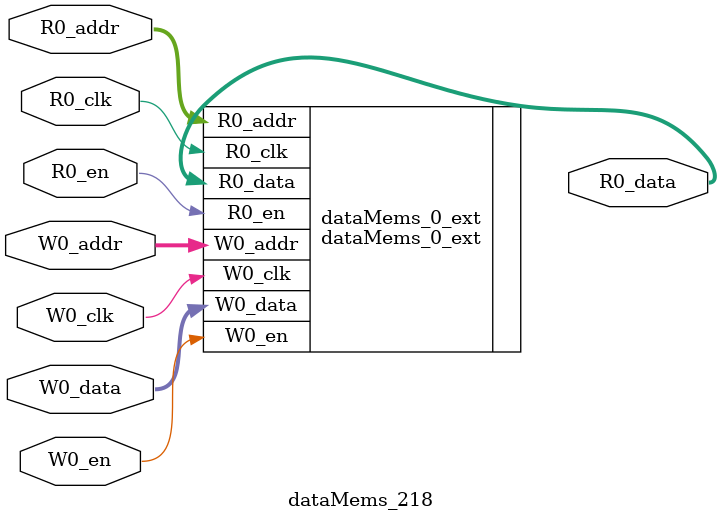
<source format=sv>
`ifndef RANDOMIZE
  `ifdef RANDOMIZE_REG_INIT
    `define RANDOMIZE
  `endif // RANDOMIZE_REG_INIT
`endif // not def RANDOMIZE
`ifndef RANDOMIZE
  `ifdef RANDOMIZE_MEM_INIT
    `define RANDOMIZE
  `endif // RANDOMIZE_MEM_INIT
`endif // not def RANDOMIZE

`ifndef RANDOM
  `define RANDOM $random
`endif // not def RANDOM

// Users can define 'PRINTF_COND' to add an extra gate to prints.
`ifndef PRINTF_COND_
  `ifdef PRINTF_COND
    `define PRINTF_COND_ (`PRINTF_COND)
  `else  // PRINTF_COND
    `define PRINTF_COND_ 1
  `endif // PRINTF_COND
`endif // not def PRINTF_COND_

// Users can define 'ASSERT_VERBOSE_COND' to add an extra gate to assert error printing.
`ifndef ASSERT_VERBOSE_COND_
  `ifdef ASSERT_VERBOSE_COND
    `define ASSERT_VERBOSE_COND_ (`ASSERT_VERBOSE_COND)
  `else  // ASSERT_VERBOSE_COND
    `define ASSERT_VERBOSE_COND_ 1
  `endif // ASSERT_VERBOSE_COND
`endif // not def ASSERT_VERBOSE_COND_

// Users can define 'STOP_COND' to add an extra gate to stop conditions.
`ifndef STOP_COND_
  `ifdef STOP_COND
    `define STOP_COND_ (`STOP_COND)
  `else  // STOP_COND
    `define STOP_COND_ 1
  `endif // STOP_COND
`endif // not def STOP_COND_

// Users can define INIT_RANDOM as general code that gets injected into the
// initializer block for modules with registers.
`ifndef INIT_RANDOM
  `define INIT_RANDOM
`endif // not def INIT_RANDOM

// If using random initialization, you can also define RANDOMIZE_DELAY to
// customize the delay used, otherwise 0.002 is used.
`ifndef RANDOMIZE_DELAY
  `define RANDOMIZE_DELAY 0.002
`endif // not def RANDOMIZE_DELAY

// Define INIT_RANDOM_PROLOG_ for use in our modules below.
`ifndef INIT_RANDOM_PROLOG_
  `ifdef RANDOMIZE
    `ifdef VERILATOR
      `define INIT_RANDOM_PROLOG_ `INIT_RANDOM
    `else  // VERILATOR
      `define INIT_RANDOM_PROLOG_ `INIT_RANDOM #`RANDOMIZE_DELAY begin end
    `endif // VERILATOR
  `else  // RANDOMIZE
    `define INIT_RANDOM_PROLOG_
  `endif // RANDOMIZE
`endif // not def INIT_RANDOM_PROLOG_

// Include register initializers in init blocks unless synthesis is set
`ifndef SYNTHESIS
  `ifndef ENABLE_INITIAL_REG_
    `define ENABLE_INITIAL_REG_
  `endif // not def ENABLE_INITIAL_REG_
`endif // not def SYNTHESIS

// Include rmemory initializers in init blocks unless synthesis is set
`ifndef SYNTHESIS
  `ifndef ENABLE_INITIAL_MEM_
    `define ENABLE_INITIAL_MEM_
  `endif // not def ENABLE_INITIAL_MEM_
`endif // not def SYNTHESIS

module dataMems_218(	// @[generators/ara/src/main/scala/UnsafeAXI4ToTL.scala:365:62]
  input  [4:0]   R0_addr,
  input          R0_en,
  input          R0_clk,
  output [130:0] R0_data,
  input  [4:0]   W0_addr,
  input          W0_en,
  input          W0_clk,
  input  [130:0] W0_data
);

  dataMems_0_ext dataMems_0_ext (	// @[generators/ara/src/main/scala/UnsafeAXI4ToTL.scala:365:62]
    .R0_addr (R0_addr),
    .R0_en   (R0_en),
    .R0_clk  (R0_clk),
    .R0_data (R0_data),
    .W0_addr (W0_addr),
    .W0_en   (W0_en),
    .W0_clk  (W0_clk),
    .W0_data (W0_data)
  );
endmodule


</source>
